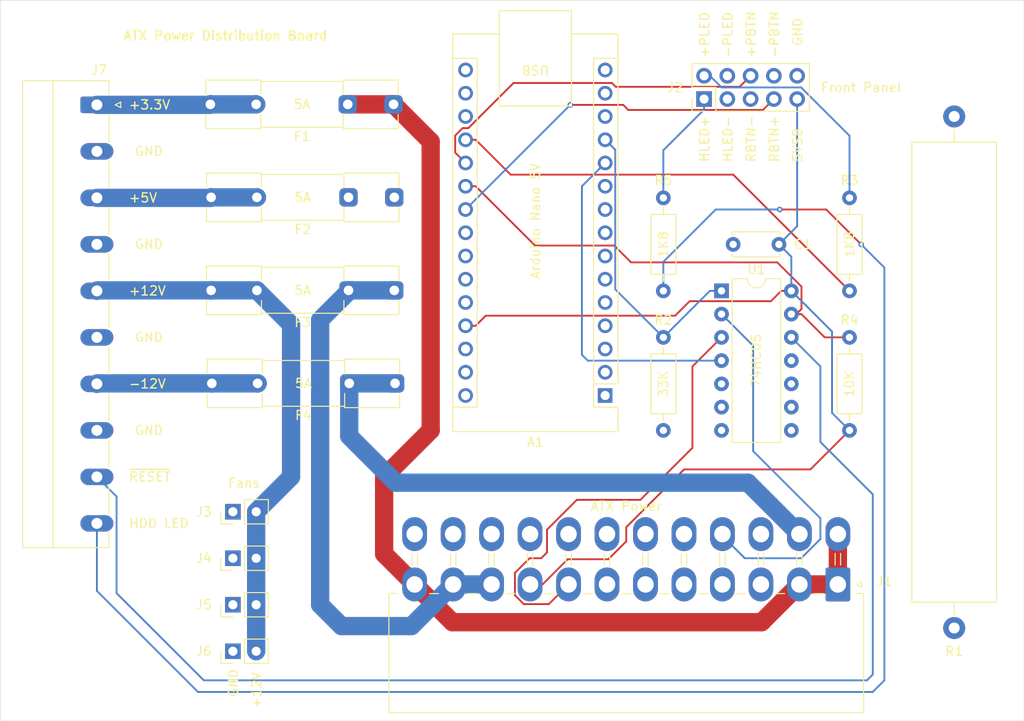
<source format=kicad_pcb>
(kicad_pcb (version 20240108) (generator "pcbnew") (generator_version "8.0")
  (layers (0 "F.Cu" signal) (1 "In1.Cu" power) (2 "In2.Cu" power) (31 "B.Cu" signal) (34 "B.Paste" user) (35 "F.Paste" user) (36 "B.SilkS" user "B.Silkscreen") (37 "F.SilkS" user "F.Silkscreen") (38 "B.Mask" user) (39 "F.Mask" user) (44 "Edge.Cuts" user))
  (net 0 "")
  (net 1 "PG")
  (net 5 "+5VL")
  (net 11 "Net-(A1-D9)")
  (net 13 "RESET")
  (net 17 "GND")
  (net 23 "Net-(A1-A0)")
  (net 27 "RESET_BTN")
  (net 28 "POWER_BTN")
  (net 30 "+3.3V")
  (net 31 "+3.3VA")
  (net 32 "+5VA")
  (net 33 "+5V")
  (net 34 "+12VA")
  (net 35 "+12V")
  (net 36 "-12VA")
  (net 37 "-12V")
  (net 39 "~{PS_On}")
  (net 40 "POWER_LED")
  (net 41 "HDD_LED")
  (net 42 "Net-(J7-Pin_9)")
  (net 43 "Net-(J7-Pin_10)")
  (net 44 "Net-(A1-D8)")
  (footprint "Resistor_THT:R_Axial_DIN0207_L6.3mm_D2.5mm_P10.16mm_Horizontal" (layer "F.Cu") (at 148.59 87.63 -90)
    (property "Reference" "R2")
    (property "Value" "33K")
  )
  (footprint "MountingHole:MountingHole_3mm" (layer "F.Cu") (at 184.15 54.61)
    (property "Reference" "H2" (hide yes))
    (property "Value" "3mm" (hide yes))
  )
  (footprint "Connector_PinHeader_2.54mm:PinHeader_1x02_P2.54mm_Vertical" (layer "F.Cu") (at 101.6 111.76 90)
    (property "Reference" "J4")
    (property "Value" "Fan 2")
  )
  (footprint "Resistor_THT:R_Axial_DIN0207_L6.3mm_D2.5mm_P10.16mm_Horizontal" (layer "F.Cu") (at 148.59 82.55 90)
    (property "Reference" "R5")
    (property "Value" "1K8")
  )
  (footprint "Connector_PinHeader_2.54mm:PinHeader_2x05_P2.54mm_Vertical" (layer "F.Cu") (at 153.035 61.595 90)
    (property "Reference" "J2")
    (property "Value" "Front Panel")
  )
  (footprint "Resistor_THT:R_Axial_Power_L50.0mm_W9.0mm_P55.88mm" (layer "F.Cu") (at 180.34 119.38 90)
    (property "Reference" "R1")
    (property "Value" "10R")
  )
  (footprint "Connector_PinHeader_2.54mm:PinHeader_1x02_P2.54mm_Vertical" (layer "F.Cu") (at 101.6 121.92 90)
    (property "Reference" "J6")
    (property "Value" "Fan 4")
  )
  (footprint "MountingHole:MountingHole_3mm" (layer "F.Cu") (at 80.01 125.73)
    (property "Reference" "H4" (hide yes))
    (property "Value" "3mm" (hide yes))
  )
  (footprint "Package_DIP:DIP-14_W7.62mm" (layer "F.Cu") (at 154.94 82.55)
    (property "Reference" "U1")
    (property "Value" "74HC05")
  )
  (footprint "Fuse:Fuseholder_Clip-5x20mm_Littelfuse_111_Inline_P20.00x5.00mm_D1.05mm_Horizontal" (layer "F.Cu") (at 119.22 82.495 180)
    (property "Reference" "F3")
    (property "Value" "5A")
  )
  (footprint "Fuse:Fuseholder_Clip-5x20mm_Littelfuse_111_Inline_P20.00x5.00mm_D1.05mm_Horizontal" (layer "F.Cu") (at 119.22 72.335 180)
    (property "Reference" "F2")
    (property "Value" "5A")
  )
  (footprint "Connector_Phoenix_MC_HighVoltage:PhoenixContact_MC_1,5_10-G-5.08_1x10_P5.08mm_Horizontal" (layer "F.Cu") (at 86.7525 62.23 -90)
    (property "Reference" "J7")
    (property "Value" "Power Outputs")
  )
  (footprint "Capacitor_THT:C_Disc_D5.0mm_W2.5mm_P5.00mm" (layer "F.Cu") (at 161.21 77.47 180)
    (property "Reference" "C1")
    (property "Value" "100nF")
  )
  (footprint "Module:Arduino_Nano" (layer "F.Cu") (at 142.24 93.98 180)
    (property "Reference" "A1")
    (property "Value" "Arduino Nano 5V")
  )
  (footprint "Connector_Molex:Molex_Mini-Fit_Jr_5569-24A2_2x12_P4.20mm_Horizontal" (layer "F.Cu") (at 167.64 114.62 180)
    (property "Reference" "J1")
    (property "Value" "ATX Power")
  )
  (footprint "Fuse:Fuseholder_Clip-5x20mm_Littelfuse_111_Inline_P20.00x5.00mm_D1.05mm_Horizontal" (layer "F.Cu") (at 119.3 92.655 180)
    (property "Reference" "F4")
    (property "Value" "5A")
  )
  (footprint "Connector_PinHeader_2.54mm:PinHeader_1x02_P2.54mm_Vertical" (layer "F.Cu") (at 101.6 116.84 90)
    (property "Reference" "J5")
    (property "Value" "Fan 3")
  )
  (footprint "Resistor_THT:R_Axial_DIN0207_L6.3mm_D2.5mm_P10.16mm_Horizontal" (layer "F.Cu") (at 168.91 97.79 90)
    (property "Reference" "R4")
    (property "Value" "10K")
  )
  (footprint "Connector_PinHeader_2.54mm:PinHeader_1x02_P2.54mm_Vertical" (layer "F.Cu") (at 101.6 106.68 90)
    (property "Reference" "J3")
    (property "Value" "Fan 1")
  )
  (footprint "MountingHole:MountingHole_3mm" (layer "F.Cu") (at 80.01 54.61)
    (property "Reference" "H1" (hide yes))
    (property "Value" "3mm" (hide yes))
  )
  (footprint "Fuse:Fuseholder_Clip-5x20mm_Littelfuse_111_Inline_P20.00x5.00mm_D1.05mm_Horizontal" (layer "F.Cu") (at 119.14 62.175 180)
    (property "Reference" "F1")
    (property "Value" "5A")
  )
  (footprint "Resistor_THT:R_Axial_DIN0207_L6.3mm_D2.5mm_P10.16mm_Horizontal" (layer "F.Cu") (at 168.91 82.55 90)
    (property "Reference" "R3")
    (property "Value" "1K8")
  )
  (footprint "MountingHole:MountingHole_3mm" (layer "F.Cu") (at 184.15 125.73)
    (property "Reference" "H3" (hide yes))
    (property "Value" "3mm" (hide yes))
  )
  (gr_rect (start 76.2 50.8) (end 187.96 129.54) (stroke (width 0.05)) (fill none) (layer "Edge.Cuts"))
  (gr_text "5VSB" (at 163.83 68.58 90) (layer "F.SilkS") (effects (font (size 1 1)) (justify left bottom)))
  (gr_text "HDD LED" (at 90.17 108.53 0) (layer "F.SilkS") (effects (font (size 1 1)) (justify left bottom)))
  (gr_text "-PLED" (at 156.21 57.15 90) (layer "F.SilkS") (effects (font (size 1 1)) (justify left bottom)))
  (gr_text "+5V" (at 90.17 72.97 0) (layer "F.SilkS") (effects (font (size 1 1)) (justify left bottom)))
  (gr_text "GND" (at 102.235 127 90) (layer "F.SilkS") (effects (font (size 1 1)) (justify left bottom)))
  (gr_text "+12V" (at 90.17 83.13 0) (layer "F.SilkS") (effects (font (size 1 1)) (justify left bottom)))
  (gr_text "+3.3V" (at 90.17 62.81 0) (layer "F.SilkS") (effects (font (size 1 1)) (justify left bottom)))
  (gr_text "GND" (at 90.805 88.21 0) (layer "F.SilkS") (effects (font (size 1 1)) (justify left bottom)))
  (gr_text "-12V" (at 90.17 93.29 0) (layer "F.SilkS") (effects (font (size 1 1)) (justify left bottom)))
  (gr_text "RBTN+" (at 161.29 68.58 90) (layer "F.SilkS") (effects (font (size 1 1)) (justify left bottom)))
  (gr_text "~{RESET}" (at 90.17 103.45 0) (layer "F.SilkS") (effects (font (size 1 1)) (justify left bottom)))
  (gr_text "+PLED" (at 153.67 57.15 90) (layer "F.SilkS") (effects (font (size 1 1)) (justify left bottom)))
  (gr_text "-PBTN" (at 161.29 57.15 90) (layer "F.SilkS") (effects (font (size 1 1)) (justify left bottom)))
  (gr_text "Fans" (at 100.965 104.14 0) (layer "F.SilkS") (effects (font (size 1 1)) (justify left bottom)))
  (gr_text "GND" (at 90.805 67.89 0) (layer "F.SilkS") (effects (font (size 1 1)) (justify left bottom)))
  (gr_text "+12V" (at 104.775 128.27 90) (layer "F.SilkS") (effects (font (size 1 1)) (justify left bottom)))
  (gr_text "HLED-" (at 156.21 68.58 90) (layer "F.SilkS") (effects (font (size 1 1)) (justify left bottom)))
  (gr_text "GND" (at 90.805 98.37 0) (layer "F.SilkS") (effects (font (size 1 1)) (justify left bottom)))
  (gr_text "GND" (at 163.83 55.88 90) (layer "F.SilkS") (effects (font (size 1 1)) (justify left bottom)))
  (gr_text "HLED+" (at 153.67 68.58 90) (layer "F.SilkS") (effects (font (size 1 1)) (justify left bottom)))
  (gr_text "ATX Power Distribution Board" (at 89.535 55.245 0) (layer "F.SilkS") (effects (font (size 1 1) (thickness 0.2) (bold yes)) (justify left bottom)))
  (gr_text "GND" (at 90.805 78.05 0) (layer "F.SilkS") (effects (font (size 1 1)) (justify left bottom)))
  (gr_text "RBTN-" (at 158.75 68.58 90) (layer "F.SilkS") (effects (font (size 1 1)) (justify left bottom)))
  (gr_text "+PBTN" (at 158.75 57.15 90) (layer "F.SilkS") (effects (font (size 1 1)) (justify left bottom)))
  (segment (start 132.39 115.803452) (end 133.356548 116.77) (width 0.2) (layer "F.Cu") (net 1))
  (segment (start 135.255 111.76) (end 133.985 111.76) (width 0.2) (layer "F.Cu") (net 1))
  (segment (start 146.0827 105.3773) (end 139.149248 105.3773) (width 0.2) (layer "F.Cu") (net 1))
  (segment (start 139.149248 105.3773) (end 135.89 108.636548) (width 0.2) (layer "F.Cu") (net 1))
  (segment (start 133.985 111.76) (end 132.39 113.355) (width 0.2) (layer "F.Cu") (net 1))
  (segment (start 154.94 87.63) (end 151.765 90.805) (width 0.2) (layer "F.Cu") (net 1))
  (segment (start 132.39 113.355) (end 132.39 115.803452) (width 0.2) (layer "F.Cu") (net 1))
  (segment (start 151.765 90.805) (end 151.765 99.695) (width 0.2) (layer "F.Cu") (net 1))
  (segment (start 135.89 111.125) (end 135.255 111.76) (width 0.2) (layer "F.Cu") (net 1))
  (segment (start 136.09 116.77) (end 138.24 114.62) (width 0.2) (layer "F.Cu") (net 1))
  (segment (start 135.89 108.636548) (end 135.89 111.125) (width 0.2) (layer "F.Cu") (net 1))
  (segment (start 151.765 99.695) (end 146.0827 105.3773) (width 0.2) (layer "F.Cu") (net 1))
  (segment (start 133.356548 116.77) (end 136.09 116.77) (width 0.2) (layer "F.Cu") (net 1))
  (segment (start 150.8523 102.0537) (end 164.6463 102.0537) (width 0.2) (layer "F.Cu") (net 5))
  (segment (start 164.6463 102.0537) (end 168.91 97.79) (width 0.2) (layer "F.Cu") (net 5))
  (segment (start 151.4616 83.6784) (end 160.3299 83.6784) (width 0.2) (layer "F.Cu") (net 5))
  (segment (start 142.5789 111.87) (end 144.54 109.9089) (width 0.2) (layer "F.Cu") (net 5))
  (segment (start 162.56 82.55) (end 161.4583 82.55) (width 0.2) (layer "F.Cu") (net 5))
  (segment (start 144.54 109.9089) (end 144.54 108.366) (width 0.2) (layer "F.Cu") (net 5))
  (segment (start 134.04 114.62) (end 135.3956 114.62) (width 0.2) (layer "F.Cu") (net 5))
  (segment (start 138.1456 111.87) (end 142.5789 111.87) (width 0.2) (layer "F.Cu") (net 5))
  (segment (start 160.3299 83.6784) (end 161.4583 82.55) (width 0.2) (layer "F.Cu") (net 5))
  (segment (start 128.1017 86.36) (end 129.2034 85.2583) (width 0.2) (layer "F.Cu") (net 5))
  (segment (start 127 86.36) (end 128.1017 86.36) (width 0.2) (layer "F.Cu") (net 5))
  (segment (start 144.54 108.366) (end 150.8523 102.0537) (width 0.2) (layer "F.Cu") (net 5))
  (segment (start 129.2034 85.2583) (end 149.8817 85.2583) (width 0.2) (layer "F.Cu") (net 5))
  (segment (start 135.3956 114.62) (end 138.1456 111.87) (width 0.2) (layer "F.Cu") (net 5))
  (segment (start 149.8817 85.2583) (end 151.4616 83.6784) (width 0.2) (layer "F.Cu") (net 5))
  (segment (start 161.21 77.47) (end 163.195 75.485) (width 0.2) (layer "B.Cu") (net 5))
  (segment (start 162.56 82.55) (end 162.56 78.82) (width 0.2) (layer "B.Cu") (net 5))
  (segment (start 163.195 75.485) (end 163.195 61.595) (width 0.2) (layer "B.Cu") (net 5))
  (segment (start 167.005 86.995) (end 162.56 82.55) (width 0.2) (layer "B.Cu") (net 5))
  (segment (start 162.56 78.82) (end 161.21 77.47) (width 0.2) (layer "B.Cu") (net 5))
  (segment (start 168.91 97.79) (end 167.005 95.885) (width 0.2) (layer "B.Cu") (net 5))
  (segment (start 167.005 95.885) (end 167.005 86.995) (width 0.2) (layer "B.Cu") (net 5))
  (segment (start 143.3417 82.3817) (end 148.59 87.63) (width 0.2) (layer "B.Cu") (net 11))
  (segment (start 153.67 82.55) (end 154.94 82.55) (width 0.2) (layer "B.Cu") (net 11))
  (segment (start 143.3417 67.1417) (end 143.3417 82.3817) (width 0.2) (layer "B.Cu") (net 11))
  (segment (start 148.59 87.63) (end 153.67 82.55) (width 0.2) (layer "B.Cu") (net 11))
  (segment (start 142.24 66.04) (end 143.3417 67.1417) (width 0.2) (layer "B.Cu") (net 11))
  (segment (start 161.0277 79.4412) (end 163.6697 82.0832) (width 0.2) (layer "F.Cu") (net 13))
  (segment (start 162.56 85.09) (end 163.1109 85.09) (width 0.2) (layer "F.Cu") (net 13))
  (segment (start 128.1017 71.12) (end 134.5809 77.5992) (width 0.2) (layer "F.Cu") (net 13))
  (segment (start 127 71.12) (end 128.1017 71.12) (width 0.2) (layer "F.Cu") (net 13))
  (segment (start 163.6697 84.5312) (end 163.1109 85.09) (width 0.2) (layer "F.Cu") (net 13))
  (segment (start 163.1109 85.09) (end 163.6617 85.09) (width 0.2) (layer "F.Cu") (net 13))
  (segment (start 163.6697 82.0832) (end 163.6697 84.5312) (width 0.2) (layer "F.Cu") (net 13))
  (segment (start 143.2289 77.5992) (end 145.0709 79.4412) (width 0.2) (layer "F.Cu") (net 13))
  (segment (start 166.2017 87.63) (end 163.6617 85.09) (width 0.2) (layer "F.Cu") (net 13))
  (segment (start 134.5809 77.5992) (end 143.2289 77.5992) (width 0.2) (layer "F.Cu") (net 13))
  (segment (start 145.0709 79.4412) (end 161.0277 79.4412) (width 0.2) (layer "F.Cu") (net 13))
  (segment (start 168.91 87.63) (end 166.2017 87.63) (width 0.2) (layer "F.Cu") (net 13))
  (segment (start 156.21 69.85) (end 131.9117 69.85) (width 0.2) (layer "F.Cu") (net 23))
  (segment (start 168.91 82.55) (end 156.21 69.85) (width 0.2) (layer "F.Cu") (net 23))
  (segment (start 131.9117 69.85) (end 128.1017 66.04) (width 0.2) (layer "F.Cu") (net 23))
  (segment (start 127 66.04) (end 128.1017 66.04) (width 0.2) (layer "F.Cu") (net 23))
  (segment (start 144.7596 62.7848) (end 144.2064 62.2316) (width 0.2) (layer "F.Cu") (net 27))
  (segment (start 159.4652 62.7848) (end 144.7596 62.7848) (width 0.2) (layer "F.Cu") (net 27))
  (segment (start 144.2064 62.2316) (end 138.43 62.2316) (width 0.2) (layer "F.Cu") (net 27))
  (segment (start 160.655 61.595) (end 159.4652 62.7848) (width 0.2) (layer "F.Cu") (net 27))
  (via (at 138.43 62.2316) (size 0.6) (drill 0.3) (layers "F.Cu" "B.Cu") (net 27))
  (segment (start 127 73.66) (end 138.4284 62.2316) (width 0.2) (layer "B.Cu") (net 27))
  (segment (start 138.4284 62.2316) (end 138.43 62.2316) (width 0.2) (layer "B.Cu") (net 27))
  (segment (start 143.3921 60.2571) (end 156.9129 60.2571) (width 0.2) (layer "F.Cu") (net 28))
  (segment (start 127.3018 64.77) (end 132.2305 59.8413) (width 0.2) (layer "F.Cu") (net 28))
  (segment (start 142.9763 59.8413) (end 143.3921 60.2571) (width 0.2) (layer "F.Cu") (net 28))
  (segment (start 156.9129 60.2571) (end 158.115 59.055) (width 0.2) (layer "F.Cu") (net 28))
  (segment (start 132.2305 59.8413) (end 142.9763 59.8413) (width 0.2) (layer "F.Cu") (net 28))
  (segment (start 125.8646 67.4446) (end 125.8646 65.5864) (width 0.2) (layer "F.Cu") (net 28))
  (segment (start 125.8646 65.5864) (end 126.681 64.77) (width 0.2) (layer "F.Cu") (net 28))
  (segment (start 126.681 64.77) (end 127.3018 64.77) (width 0.2) (layer "F.Cu") (net 28))
  (segment (start 127 68.58) (end 125.8646 67.4446) (width 0.2) (layer "F.Cu") (net 28))
  (segment (start 167.64 109.12) (end 167.64 114.62) (width 2) (layer "F.Cu") (net 30))
  (segment (start 125.565 118.745) (end 121.44 114.62) (width 2) (layer "F.Cu") (net 30))
  (segment (start 123.19 97.79) (end 123.19 66.225) (width 2) (layer "F.Cu") (net 30))
  (segment (start 167.64 114.62) (end 163.44 114.62) (width 2) (layer "F.Cu") (net 30))
  (segment (start 118.11 111.29) (end 118.11 102.87) (width 2) (layer "F.Cu") (net 30))
  (segment (start 118.11 102.87) (end 123.19 97.79) (width 2) (layer "F.Cu") (net 30))
  (segment (start 163.44 114.62) (end 159.315 118.745) (width 2) (layer "F.Cu") (net 30))
  (segment (start 159.315 118.745) (end 125.565 118.745) (width 2) (layer "F.Cu") (net 30))
  (segment (start 119.14 62.175) (end 114.14 62.175) (width 2) (layer "F.Cu") (net 30))
  (segment (start 121.44 114.62) (end 118.11 111.29) (width 2) (layer "F.Cu") (net 30))
  (segment (start 123.19 66.225) (end 119.14 62.175) (width 2) (layer "F.Cu") (net 30))
  (segment (start 104.14 62.175) (end 99.14 62.175) (width 2) (layer "B.Cu") (net 31))
  (segment (start 86.7525 62.23) (end 99.085 62.23) (width 2) (layer "B.Cu") (net 31))
  (segment (start 99.085 62.23) (end 99.14 62.175) (width 2) (layer "B.Cu") (net 31))
  (segment (start 99.165 72.39) (end 99.22 72.335) (width 2) (layer "B.Cu") (net 32))
  (segment (start 86.7525 72.39) (end 99.165 72.39) (width 2) (layer "B.Cu") (net 32))
  (segment (start 104.22 72.335) (end 99.22 72.335) (width 2) (layer "B.Cu") (net 32))
  (segment (start 99.22 82.495) (end 86.8075 82.495) (width 2) (layer "B.Cu") (net 34))
  (segment (start 104.14 111.76) (end 104.14 106.68) (width 2) (layer "B.Cu") (net 34))
  (segment (start 107.95 102.87) (end 107.95 86.225) (width 2) (layer "B.Cu") (net 34))
  (segment (start 86.8075 82.495) (end 86.7525 82.55) (width 2) (layer "B.Cu") (net 34))
  (segment (start 104.14 106.68) (end 107.95 102.87) (width 2) (layer "B.Cu") (net 34))
  (segment (start 104.14 121.92) (end 104.14 116.84) (width 2) (layer "B.Cu") (net 34))
  (segment (start 107.95 86.225) (end 104.22 82.495) (width 2) (layer "B.Cu") (net 34))
  (segment (start 104.14 116.84) (end 104.14 111.76) (width 2) (layer "B.Cu") (net 34))
  (segment (start 99.22 82.495) (end 104.22 82.495) (width 2) (layer "B.Cu") (net 34))
  (segment (start 111.125 116.84) (end 113.455 119.17) (width 2) (layer "B.Cu") (net 35))
  (segment (start 111.125 85.725) (end 111.125 116.84) (width 2) (layer "B.Cu") (net 35))
  (segment (start 113.455 119.17) (end 121.09 119.17) (width 2) (layer "B.Cu") (net 35))
  (segment (start 121.09 119.17) (end 125.64 114.62) (width 2) (layer "B.Cu") (net 35))
  (segment (start 114.22 82.495) (end 114.22 82.63) (width 2) (layer "B.Cu") (net 35))
  (segment (start 129.84 114.62) (end 125.64 114.62) (width 2) (layer "B.Cu") (net 35))
  (segment (start 114.22 82.63) (end 111.125 85.725) (width 2) (layer "B.Cu") (net 35))
  (segment (start 119.22 82.495) (end 114.22 82.495) (width 2) (layer "B.Cu") (net 35))
  (segment (start 86.8075 92.655) (end 86.7525 92.71) (width 2) (layer "B.Cu") (net 36))
  (segment (start 104.3 92.655) (end 86.8075 92.655) (width 2) (layer "B.Cu") (net 36))
  (segment (start 119.3 92.655) (end 114.3 92.655) (width 2) (layer "B.Cu") (net 37))
  (segment (start 119.38 103.505) (end 114.3 98.425) (width 2) (layer "B.Cu") (net 37))
  (segment (start 163.44 109.12) (end 157.825 103.505) (width 2) (layer "B.Cu") (net 37))
  (segment (start 157.825 103.505) (end 119.38 103.505) (width 2) (layer "B.Cu") (net 37))
  (segment (start 114.3 98.425) (end 114.3 92.655) (width 2) (layer "B.Cu") (net 37))
  (segment (start 158.39285 88.54285) (end 158.39285 100.05215) (width 0.2) (layer "B.Cu") (net 39))
  (segment (start 154.94 85.09) (end 158.39285 88.54285) (width 0.2) (layer "B.Cu") (net 39))
  (segment (start 165.735 109.658452) (end 163.633452 111.76) (width 0.2) (layer "B.Cu") (net 39))
  (segment (start 165.735 107.3943) (end 165.735 109.658452) (width 0.2) (layer "B.Cu") (net 39))
  (segment (start 155.04 109.32) (end 155.04 109.12) (width 0.2) (layer "B.Cu") (net 39))
  (segment (start 158.39285 100.05215) (end 165.735 107.3943) (width 0.2) (layer "B.Cu") (net 39))
  (segment (start 163.633452 111.76) (end 157.48 111.76) (width 0.2) (layer "B.Cu") (net 39))
  (segment (start 157.48 111.76) (end 155.04 109.32) (width 0.2) (layer "B.Cu") (net 39))
  (segment (start 154.94 60.325) (end 163.6292 60.325) (width 0.2) (layer "B.Cu") (net 40))
  (segment (start 153.035 59.055) (end 153.67 59.055) (width 0.2) (layer "B.Cu") (net 40))
  (segment (start 163.6292 60.325) (end 168.91 65.6058) (width 0.2) (layer "B.Cu") (net 40))
  (segment (start 168.91 65.6058) (end 168.91 72.39) (width 0.2) (layer "B.Cu") (net 40))
  (segment (start 153.67 59.055) (end 154.94 60.325) (width 0.2) (layer "B.Cu") (net 40))
  (segment (start 153.035 62.7467) (end 148.59 67.1917) (width 0.2) (layer "B.Cu") (net 41))
  (segment (start 153.035 61.595) (end 153.035 62.7467) (width 0.2) (layer "B.Cu") (net 41))
  (segment (start 148.59 67.1917) (end 148.59 72.39) (width 0.2) (layer "B.Cu") (net 41))
  (segment (start 171.45 124.46) (end 171.45 104.775) (width 0.2) (layer "B.Cu") (net 42))
  (segment (start 88.9 105.0175) (end 88.9 115.57) (width 0.2) (layer "B.Cu") (net 42))
  (segment (start 165.735 90.805) (end 162.56 87.63) (width 0.2) (layer "B.Cu") (net 42))
  (segment (start 88.9 115.57) (end 98.425 125.095) (width 0.2) (layer "B.Cu") (net 42))
  (segment (start 171.45 104.775) (end 165.735 99.06) (width 0.2) (layer "B.Cu") (net 42))
  (segment (start 98.425 125.095) (end 170.815 125.095) (width 0.2) (layer "B.Cu") (net 42))
  (segment (start 170.815 125.095) (end 171.45 124.46) (width 0.2) (layer "B.Cu") (net 42))
  (segment (start 86.7525 102.87) (end 88.9 105.0175) (width 0.2) (layer "B.Cu") (net 42))
  (segment (start 165.735 99.06) (end 165.735 90.805) (width 0.2) (layer "B.Cu") (net 42))
  (segment (start 161.29 73.66) (end 166.37 73.66) (width 0.2) (layer "F.Cu") (net 43))
  (segment (start 166.37 73.66) (end 170.18 77.47) (width 0.2) (layer "F.Cu") (net 43))
  (via (at 161.29 73.66) (size 0.6) (drill 0.3) (layers "F.Cu" "B.Cu") (net 43))
  (via (at 170.18 77.47) (size 0.6) (drill 0.3) (layers "F.Cu" "B.Cu") (net 43))
  (segment (start 97.79 126.365) (end 171.45 126.365) (width 0.2) (layer "B.Cu") (net 43))
  (segment (start 148.59 79.375) (end 154.305 73.66) (width 0.2) (layer "B.Cu") (net 43))
  (segment (start 86.7525 107.95) (end 86.7525 115.3275) (width 0.2) (layer "B.Cu") (net 43))
  (segment (start 172.72 125.095) (end 172.72 80.01) (width 0.2) (layer "B.Cu") (net 43))
  (segment (start 171.45 126.365) (end 172.72 125.095) (width 0.2) (layer "B.Cu") (net 43))
  (segment (start 148.59 82.55) (end 148.59 79.375) (width 0.2) (layer "B.Cu") (net 43))
  (segment (start 172.72 80.01) (end 170.18 77.47) (width 0.2) (layer "B.Cu") (net 43))
  (segment (start 154.305 73.66) (end 161.29 73.66) (width 0.2) (layer "B.Cu") (net 43))
  (segment (start 86.7525 115.3275) (end 97.79 126.365) (width 0.2) (layer "B.Cu") (net 43))
  (segment (start 139.7 71.12) (end 142.24 68.58) (width 0.2) (layer "B.Cu") (net 44))
  (segment (start 140.335 90.17) (end 139.7 89.535) (width 0.2) (layer "B.Cu") (net 44))
  (segment (start 154.94 90.17) (end 140.335 90.17) (width 0.2) (layer "B.Cu") (net 44))
  (segment (start 139.7 89.535) (end 139.7 71.12) (width 0.2) (layer "B.Cu") (net 44))
)
</source>
